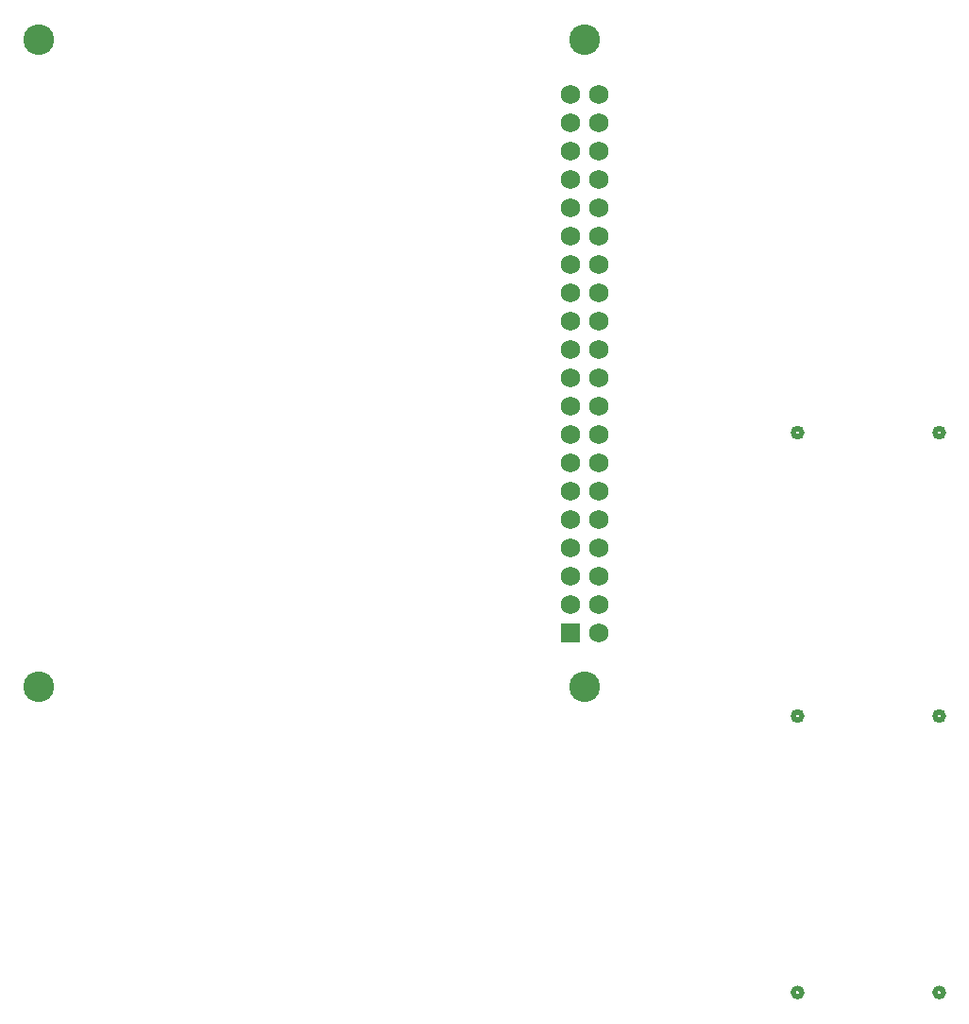
<source format=gbr>
%TF.GenerationSoftware,KiCad,Pcbnew,9.0.1*%
%TF.CreationDate,2025-10-08T20:15:02+11:00*%
%TF.ProjectId,Remora Nucleo F446ZE Hat,52656d6f-7261-4204-9e75-636c656f2046,rev?*%
%TF.SameCoordinates,Original*%
%TF.FileFunction,Legend,Bot*%
%TF.FilePolarity,Positive*%
%FSLAX46Y46*%
G04 Gerber Fmt 4.6, Leading zero omitted, Abs format (unit mm)*
G04 Created by KiCad (PCBNEW 9.0.1) date 2025-10-08 20:15:02*
%MOMM*%
%LPD*%
G01*
G04 APERTURE LIST*
%ADD10C,0.508000*%
%ADD11C,2.750000*%
%ADD12R,1.750000X1.750000*%
%ADD13C,1.750000*%
G04 APERTURE END LIST*
D10*
%TO.C,J9*%
X194691000Y-129390699D02*
G75*
G02*
X193929000Y-129390699I-381000J0D01*
G01*
X193929000Y-129390699D02*
G75*
G02*
X194691000Y-129390699I381000J0D01*
G01*
%TO.C,J6*%
X181991000Y-154170701D02*
G75*
G02*
X181229000Y-154170701I-381000J0D01*
G01*
X181229000Y-154170701D02*
G75*
G02*
X181991000Y-154170701I381000J0D01*
G01*
%TO.C,J7*%
X194691000Y-154170701D02*
G75*
G02*
X193929000Y-154170701I-381000J0D01*
G01*
X193929000Y-154170701D02*
G75*
G02*
X194691000Y-154170701I381000J0D01*
G01*
%TO.C,J8*%
X181991000Y-129390699D02*
G75*
G02*
X181229000Y-129390699I-381000J0D01*
G01*
X181229000Y-129390699D02*
G75*
G02*
X181991000Y-129390699I381000J0D01*
G01*
%TO.C,J11*%
X194691000Y-103990699D02*
G75*
G02*
X193929000Y-103990699I-381000J0D01*
G01*
X193929000Y-103990699D02*
G75*
G02*
X194691000Y-103990699I381000J0D01*
G01*
%TO.C,J10*%
X181991000Y-103990699D02*
G75*
G02*
X181229000Y-103990699I-381000J0D01*
G01*
X181229000Y-103990699D02*
G75*
G02*
X181991000Y-103990699I381000J0D01*
G01*
%TD*%
D11*
%TO.C,RP1*%
X113560000Y-126790000D03*
X162560000Y-126790000D03*
X113560000Y-68790000D03*
X162560000Y-68790000D03*
D12*
X161290000Y-121920000D03*
D13*
X163830000Y-121920000D03*
X161290000Y-119380000D03*
X163830000Y-119380000D03*
X161290000Y-116840000D03*
X163830000Y-116840000D03*
X161290000Y-114300000D03*
X163830000Y-114300000D03*
X161290000Y-111760000D03*
X163830000Y-111760000D03*
X161290000Y-109220000D03*
X163830000Y-109220000D03*
X161290000Y-106680000D03*
X163830000Y-106680000D03*
X161290000Y-104140000D03*
X163830000Y-104140000D03*
X161290000Y-101600000D03*
X163830000Y-101600000D03*
X161290000Y-99060000D03*
X163830000Y-99060000D03*
X161290000Y-96520000D03*
X163830000Y-96520000D03*
X161290000Y-93980000D03*
X163830000Y-93980000D03*
X161290000Y-91440000D03*
X163830000Y-91440000D03*
X161290000Y-88900000D03*
X163830000Y-88900000D03*
X161290000Y-86360000D03*
X163830000Y-86360000D03*
X161290000Y-83820000D03*
X163830000Y-83820000D03*
X161290000Y-81280000D03*
X163830000Y-81280000D03*
X161290000Y-78740000D03*
X163830000Y-78740000D03*
X161290000Y-76200000D03*
X163830000Y-76200000D03*
X161290000Y-73660000D03*
X163830000Y-73660000D03*
%TD*%
M02*

</source>
